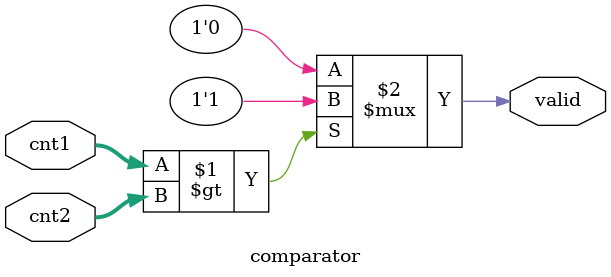
<source format=v>
module comparator (
    input [3:0] cnt1,
    input [3:0] cnt2,
    output valid
);
    assign valid = (cnt1 > cnt2) ? 1'b1 : 1'b0;
endmodule
</source>
